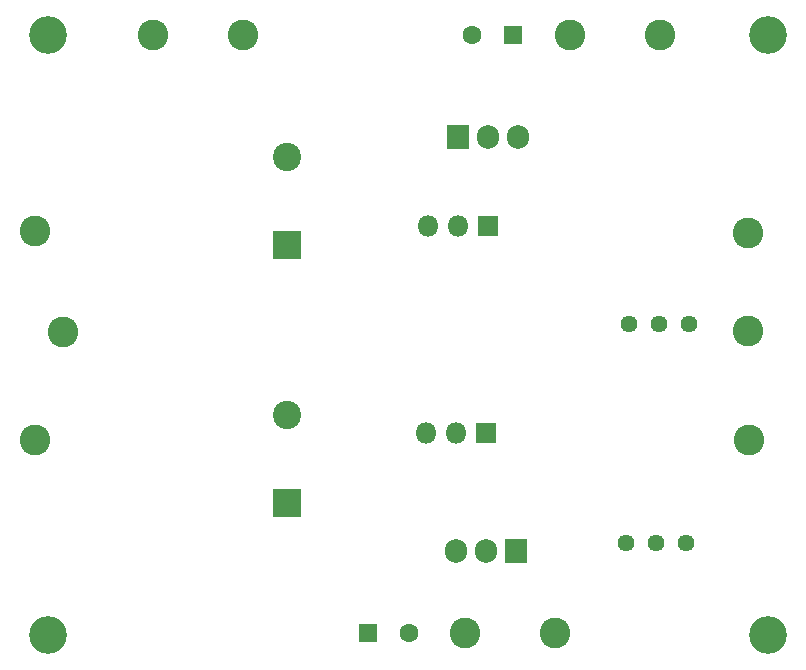
<source format=gbr>
G04 #@! TF.GenerationSoftware,KiCad,Pcbnew,(5.1.8-0-10_14)*
G04 #@! TF.CreationDate,2020-12-27T15:47:31+01:00*
G04 #@! TF.ProjectId,lv-lownoise-psu,6c762d6c-6f77-46e6-9f69-73652d707375,rev?*
G04 #@! TF.SameCoordinates,Original*
G04 #@! TF.FileFunction,Soldermask,Bot*
G04 #@! TF.FilePolarity,Negative*
%FSLAX46Y46*%
G04 Gerber Fmt 4.6, Leading zero omitted, Abs format (unit mm)*
G04 Created by KiCad (PCBNEW (5.1.8-0-10_14)) date 2020-12-27 15:47:31*
%MOMM*%
%LPD*%
G01*
G04 APERTURE LIST*
%ADD10O,1.905000X2.000000*%
%ADD11R,1.905000X2.000000*%
%ADD12C,1.600000*%
%ADD13R,1.600000X1.600000*%
%ADD14C,2.400000*%
%ADD15R,2.400000X2.400000*%
%ADD16C,2.600000*%
%ADD17C,1.440000*%
%ADD18O,1.800000X1.800000*%
%ADD19R,1.800000X1.800000*%
%ADD20C,3.200000*%
G04 APERTURE END LIST*
D10*
X119634000Y-76708000D03*
X122174000Y-76708000D03*
D11*
X124714000Y-76708000D03*
D10*
X124841000Y-41605200D03*
X122301000Y-41605200D03*
D11*
X119761000Y-41605200D03*
D12*
X120960000Y-33020000D03*
D13*
X124460000Y-33020000D03*
D12*
X115633500Y-83629500D03*
D13*
X112133500Y-83629500D03*
D14*
X105283000Y-65151000D03*
D15*
X105283000Y-72651000D03*
D14*
X105283000Y-43300000D03*
D15*
X105283000Y-50800000D03*
D16*
X120332500Y-83629500D03*
X127952500Y-83629500D03*
X136906000Y-33020000D03*
X129286000Y-33020000D03*
X93980000Y-33020000D03*
X101600000Y-33020000D03*
D17*
X139103100Y-76022200D03*
X136563100Y-76022200D03*
X134023100Y-76022200D03*
D18*
X117094000Y-66675000D03*
X119634000Y-66675000D03*
D19*
X122174000Y-66675000D03*
D18*
X117221000Y-49149000D03*
X119761000Y-49149000D03*
D19*
X122301000Y-49149000D03*
D17*
X139357100Y-57480200D03*
X136817100Y-57480200D03*
X134277100Y-57480200D03*
D16*
X144373600Y-67310000D03*
X144322800Y-58064400D03*
X144322800Y-49784000D03*
X83921600Y-49631600D03*
X86360000Y-58166000D03*
X83972400Y-67259200D03*
D20*
X146050000Y-33020000D03*
X146050000Y-83820000D03*
X85090000Y-83820000D03*
X85090000Y-33020000D03*
M02*

</source>
